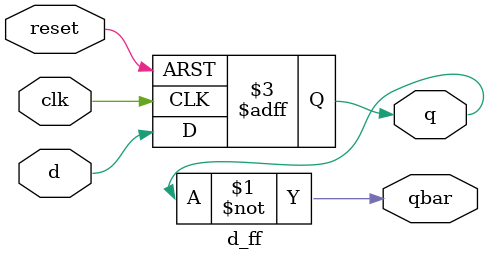
<source format=v>
module d_ff(d,clk,q,qbar,reset);
input d;
input clk;
input reset;
output reg q;
output qbar;
assign qbar = ~q;

always @ (negedge clk or posedge reset)
  if (reset)
    q <= 1'b0;
  else
    q <= d; 

endmodule

</source>
